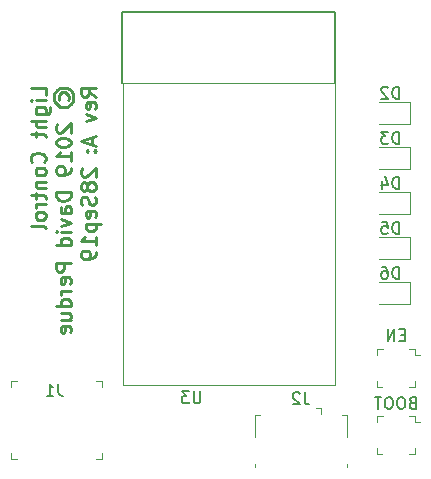
<source format=gbr>
G04 #@! TF.GenerationSoftware,KiCad,Pcbnew,(5.1.4)-1*
G04 #@! TF.CreationDate,2019-09-29T16:50:29-04:00*
G04 #@! TF.ProjectId,espDisp,65737044-6973-4702-9e6b-696361645f70,rev?*
G04 #@! TF.SameCoordinates,Original*
G04 #@! TF.FileFunction,Legend,Bot*
G04 #@! TF.FilePolarity,Positive*
%FSLAX46Y46*%
G04 Gerber Fmt 4.6, Leading zero omitted, Abs format (unit mm)*
G04 Created by KiCad (PCBNEW (5.1.4)-1) date 2019-09-29 16:50:29*
%MOMM*%
%LPD*%
G04 APERTURE LIST*
%ADD10C,0.250000*%
%ADD11C,0.100000*%
%ADD12C,0.120000*%
%ADD13C,0.150000*%
%ADD14C,0.050000*%
G04 APERTURE END LIST*
D10*
X57495476Y-34075357D02*
X57495476Y-33480119D01*
X56245476Y-33480119D01*
X57495476Y-34492023D02*
X56662142Y-34492023D01*
X56245476Y-34492023D02*
X56305000Y-34432500D01*
X56364523Y-34492023D01*
X56305000Y-34551547D01*
X56245476Y-34492023D01*
X56364523Y-34492023D01*
X56662142Y-35622976D02*
X57674047Y-35622976D01*
X57793095Y-35563452D01*
X57852619Y-35503928D01*
X57912142Y-35384880D01*
X57912142Y-35206309D01*
X57852619Y-35087261D01*
X57435952Y-35622976D02*
X57495476Y-35503928D01*
X57495476Y-35265833D01*
X57435952Y-35146785D01*
X57376428Y-35087261D01*
X57257380Y-35027738D01*
X56900238Y-35027738D01*
X56781190Y-35087261D01*
X56721666Y-35146785D01*
X56662142Y-35265833D01*
X56662142Y-35503928D01*
X56721666Y-35622976D01*
X57495476Y-36218214D02*
X56245476Y-36218214D01*
X57495476Y-36753928D02*
X56840714Y-36753928D01*
X56721666Y-36694404D01*
X56662142Y-36575357D01*
X56662142Y-36396785D01*
X56721666Y-36277738D01*
X56781190Y-36218214D01*
X56662142Y-37170595D02*
X56662142Y-37646785D01*
X56245476Y-37349166D02*
X57316904Y-37349166D01*
X57435952Y-37408690D01*
X57495476Y-37527738D01*
X57495476Y-37646785D01*
X57376428Y-39730119D02*
X57435952Y-39670595D01*
X57495476Y-39492023D01*
X57495476Y-39372976D01*
X57435952Y-39194404D01*
X57316904Y-39075357D01*
X57197857Y-39015833D01*
X56959761Y-38956309D01*
X56781190Y-38956309D01*
X56543095Y-39015833D01*
X56424047Y-39075357D01*
X56305000Y-39194404D01*
X56245476Y-39372976D01*
X56245476Y-39492023D01*
X56305000Y-39670595D01*
X56364523Y-39730119D01*
X57495476Y-40444404D02*
X57435952Y-40325357D01*
X57376428Y-40265833D01*
X57257380Y-40206309D01*
X56900238Y-40206309D01*
X56781190Y-40265833D01*
X56721666Y-40325357D01*
X56662142Y-40444404D01*
X56662142Y-40622976D01*
X56721666Y-40742023D01*
X56781190Y-40801547D01*
X56900238Y-40861071D01*
X57257380Y-40861071D01*
X57376428Y-40801547D01*
X57435952Y-40742023D01*
X57495476Y-40622976D01*
X57495476Y-40444404D01*
X56662142Y-41396785D02*
X57495476Y-41396785D01*
X56781190Y-41396785D02*
X56721666Y-41456309D01*
X56662142Y-41575357D01*
X56662142Y-41753928D01*
X56721666Y-41872976D01*
X56840714Y-41932500D01*
X57495476Y-41932500D01*
X56662142Y-42349166D02*
X56662142Y-42825357D01*
X56245476Y-42527738D02*
X57316904Y-42527738D01*
X57435952Y-42587261D01*
X57495476Y-42706309D01*
X57495476Y-42825357D01*
X57495476Y-43242023D02*
X56662142Y-43242023D01*
X56900238Y-43242023D02*
X56781190Y-43301547D01*
X56721666Y-43361071D01*
X56662142Y-43480119D01*
X56662142Y-43599166D01*
X57495476Y-44194404D02*
X57435952Y-44075357D01*
X57376428Y-44015833D01*
X57257380Y-43956309D01*
X56900238Y-43956309D01*
X56781190Y-44015833D01*
X56721666Y-44075357D01*
X56662142Y-44194404D01*
X56662142Y-44372976D01*
X56721666Y-44492023D01*
X56781190Y-44551547D01*
X56900238Y-44611071D01*
X57257380Y-44611071D01*
X57376428Y-44551547D01*
X57435952Y-44492023D01*
X57495476Y-44372976D01*
X57495476Y-44194404D01*
X57495476Y-45325357D02*
X57435952Y-45206309D01*
X57316904Y-45146785D01*
X56245476Y-45146785D01*
X58668095Y-34492023D02*
X58608571Y-34372976D01*
X58608571Y-34134880D01*
X58668095Y-34015833D01*
X58787142Y-33896785D01*
X58906190Y-33837261D01*
X59144285Y-33837261D01*
X59263333Y-33896785D01*
X59382380Y-34015833D01*
X59441904Y-34134880D01*
X59441904Y-34372976D01*
X59382380Y-34492023D01*
X58191904Y-34253928D02*
X58251428Y-33956309D01*
X58430000Y-33658690D01*
X58727619Y-33480119D01*
X59025238Y-33420595D01*
X59322857Y-33480119D01*
X59620476Y-33658690D01*
X59799047Y-33956309D01*
X59858571Y-34253928D01*
X59799047Y-34551547D01*
X59620476Y-34849166D01*
X59322857Y-35027738D01*
X59025238Y-35087261D01*
X58727619Y-35027738D01*
X58430000Y-34849166D01*
X58251428Y-34551547D01*
X58191904Y-34253928D01*
X58489523Y-36515833D02*
X58430000Y-36575357D01*
X58370476Y-36694404D01*
X58370476Y-36992023D01*
X58430000Y-37111071D01*
X58489523Y-37170595D01*
X58608571Y-37230119D01*
X58727619Y-37230119D01*
X58906190Y-37170595D01*
X59620476Y-36456309D01*
X59620476Y-37230119D01*
X58370476Y-38003928D02*
X58370476Y-38122976D01*
X58430000Y-38242023D01*
X58489523Y-38301547D01*
X58608571Y-38361071D01*
X58846666Y-38420595D01*
X59144285Y-38420595D01*
X59382380Y-38361071D01*
X59501428Y-38301547D01*
X59560952Y-38242023D01*
X59620476Y-38122976D01*
X59620476Y-38003928D01*
X59560952Y-37884880D01*
X59501428Y-37825357D01*
X59382380Y-37765833D01*
X59144285Y-37706309D01*
X58846666Y-37706309D01*
X58608571Y-37765833D01*
X58489523Y-37825357D01*
X58430000Y-37884880D01*
X58370476Y-38003928D01*
X59620476Y-39611071D02*
X59620476Y-38896785D01*
X59620476Y-39253928D02*
X58370476Y-39253928D01*
X58549047Y-39134880D01*
X58668095Y-39015833D01*
X58727619Y-38896785D01*
X59620476Y-40206309D02*
X59620476Y-40444404D01*
X59560952Y-40563452D01*
X59501428Y-40622976D01*
X59322857Y-40742023D01*
X59084761Y-40801547D01*
X58608571Y-40801547D01*
X58489523Y-40742023D01*
X58430000Y-40682500D01*
X58370476Y-40563452D01*
X58370476Y-40325357D01*
X58430000Y-40206309D01*
X58489523Y-40146785D01*
X58608571Y-40087261D01*
X58906190Y-40087261D01*
X59025238Y-40146785D01*
X59084761Y-40206309D01*
X59144285Y-40325357D01*
X59144285Y-40563452D01*
X59084761Y-40682500D01*
X59025238Y-40742023D01*
X58906190Y-40801547D01*
X59620476Y-42289642D02*
X58370476Y-42289642D01*
X58370476Y-42587261D01*
X58430000Y-42765833D01*
X58549047Y-42884880D01*
X58668095Y-42944404D01*
X58906190Y-43003928D01*
X59084761Y-43003928D01*
X59322857Y-42944404D01*
X59441904Y-42884880D01*
X59560952Y-42765833D01*
X59620476Y-42587261D01*
X59620476Y-42289642D01*
X59620476Y-44075357D02*
X58965714Y-44075357D01*
X58846666Y-44015833D01*
X58787142Y-43896785D01*
X58787142Y-43658690D01*
X58846666Y-43539642D01*
X59560952Y-44075357D02*
X59620476Y-43956309D01*
X59620476Y-43658690D01*
X59560952Y-43539642D01*
X59441904Y-43480119D01*
X59322857Y-43480119D01*
X59203809Y-43539642D01*
X59144285Y-43658690D01*
X59144285Y-43956309D01*
X59084761Y-44075357D01*
X58787142Y-44551547D02*
X59620476Y-44849166D01*
X58787142Y-45146785D01*
X59620476Y-45622976D02*
X58787142Y-45622976D01*
X58370476Y-45622976D02*
X58430000Y-45563452D01*
X58489523Y-45622976D01*
X58430000Y-45682499D01*
X58370476Y-45622976D01*
X58489523Y-45622976D01*
X59620476Y-46753928D02*
X58370476Y-46753928D01*
X59560952Y-46753928D02*
X59620476Y-46634880D01*
X59620476Y-46396785D01*
X59560952Y-46277738D01*
X59501428Y-46218214D01*
X59382380Y-46158690D01*
X59025238Y-46158690D01*
X58906190Y-46218214D01*
X58846666Y-46277738D01*
X58787142Y-46396785D01*
X58787142Y-46634880D01*
X58846666Y-46753928D01*
X59620476Y-48301547D02*
X58370476Y-48301547D01*
X58370476Y-48777738D01*
X58430000Y-48896785D01*
X58489523Y-48956309D01*
X58608571Y-49015833D01*
X58787142Y-49015833D01*
X58906190Y-48956309D01*
X58965714Y-48896785D01*
X59025238Y-48777738D01*
X59025238Y-48301547D01*
X59560952Y-50027738D02*
X59620476Y-49908690D01*
X59620476Y-49670595D01*
X59560952Y-49551547D01*
X59441904Y-49492023D01*
X58965714Y-49492023D01*
X58846666Y-49551547D01*
X58787142Y-49670595D01*
X58787142Y-49908690D01*
X58846666Y-50027738D01*
X58965714Y-50087261D01*
X59084761Y-50087261D01*
X59203809Y-49492023D01*
X59620476Y-50622976D02*
X58787142Y-50622976D01*
X59025238Y-50622976D02*
X58906190Y-50682499D01*
X58846666Y-50742023D01*
X58787142Y-50861071D01*
X58787142Y-50980119D01*
X59620476Y-51932499D02*
X58370476Y-51932499D01*
X59560952Y-51932499D02*
X59620476Y-51813452D01*
X59620476Y-51575357D01*
X59560952Y-51456309D01*
X59501428Y-51396785D01*
X59382380Y-51337261D01*
X59025238Y-51337261D01*
X58906190Y-51396785D01*
X58846666Y-51456309D01*
X58787142Y-51575357D01*
X58787142Y-51813452D01*
X58846666Y-51932499D01*
X58787142Y-53063452D02*
X59620476Y-53063452D01*
X58787142Y-52527738D02*
X59441904Y-52527738D01*
X59560952Y-52587261D01*
X59620476Y-52706309D01*
X59620476Y-52884880D01*
X59560952Y-53003928D01*
X59501428Y-53063452D01*
X59560952Y-54134880D02*
X59620476Y-54015833D01*
X59620476Y-53777738D01*
X59560952Y-53658690D01*
X59441904Y-53599166D01*
X58965714Y-53599166D01*
X58846666Y-53658690D01*
X58787142Y-53777738D01*
X58787142Y-54015833D01*
X58846666Y-54134880D01*
X58965714Y-54194404D01*
X59084761Y-54194404D01*
X59203809Y-53599166D01*
X61745476Y-34194404D02*
X61150238Y-33777738D01*
X61745476Y-33480119D02*
X60495476Y-33480119D01*
X60495476Y-33956309D01*
X60555000Y-34075357D01*
X60614523Y-34134880D01*
X60733571Y-34194404D01*
X60912142Y-34194404D01*
X61031190Y-34134880D01*
X61090714Y-34075357D01*
X61150238Y-33956309D01*
X61150238Y-33480119D01*
X61685952Y-35206309D02*
X61745476Y-35087261D01*
X61745476Y-34849166D01*
X61685952Y-34730119D01*
X61566904Y-34670595D01*
X61090714Y-34670595D01*
X60971666Y-34730119D01*
X60912142Y-34849166D01*
X60912142Y-35087261D01*
X60971666Y-35206309D01*
X61090714Y-35265833D01*
X61209761Y-35265833D01*
X61328809Y-34670595D01*
X60912142Y-35682500D02*
X61745476Y-35980119D01*
X60912142Y-36277738D01*
X61388333Y-37646785D02*
X61388333Y-38242023D01*
X61745476Y-37527738D02*
X60495476Y-37944404D01*
X61745476Y-38361071D01*
X61626428Y-38777738D02*
X61685952Y-38837261D01*
X61745476Y-38777738D01*
X61685952Y-38718214D01*
X61626428Y-38777738D01*
X61745476Y-38777738D01*
X60971666Y-38777738D02*
X61031190Y-38837261D01*
X61090714Y-38777738D01*
X61031190Y-38718214D01*
X60971666Y-38777738D01*
X61090714Y-38777738D01*
X60614523Y-40265833D02*
X60555000Y-40325357D01*
X60495476Y-40444404D01*
X60495476Y-40742023D01*
X60555000Y-40861071D01*
X60614523Y-40920595D01*
X60733571Y-40980119D01*
X60852619Y-40980119D01*
X61031190Y-40920595D01*
X61745476Y-40206309D01*
X61745476Y-40980119D01*
X61031190Y-41694404D02*
X60971666Y-41575357D01*
X60912142Y-41515833D01*
X60793095Y-41456309D01*
X60733571Y-41456309D01*
X60614523Y-41515833D01*
X60555000Y-41575357D01*
X60495476Y-41694404D01*
X60495476Y-41932500D01*
X60555000Y-42051547D01*
X60614523Y-42111071D01*
X60733571Y-42170595D01*
X60793095Y-42170595D01*
X60912142Y-42111071D01*
X60971666Y-42051547D01*
X61031190Y-41932500D01*
X61031190Y-41694404D01*
X61090714Y-41575357D01*
X61150238Y-41515833D01*
X61269285Y-41456309D01*
X61507380Y-41456309D01*
X61626428Y-41515833D01*
X61685952Y-41575357D01*
X61745476Y-41694404D01*
X61745476Y-41932500D01*
X61685952Y-42051547D01*
X61626428Y-42111071D01*
X61507380Y-42170595D01*
X61269285Y-42170595D01*
X61150238Y-42111071D01*
X61090714Y-42051547D01*
X61031190Y-41932500D01*
X61685952Y-42646785D02*
X61745476Y-42825357D01*
X61745476Y-43122976D01*
X61685952Y-43242023D01*
X61626428Y-43301547D01*
X61507380Y-43361071D01*
X61388333Y-43361071D01*
X61269285Y-43301547D01*
X61209761Y-43242023D01*
X61150238Y-43122976D01*
X61090714Y-42884880D01*
X61031190Y-42765833D01*
X60971666Y-42706309D01*
X60852619Y-42646785D01*
X60733571Y-42646785D01*
X60614523Y-42706309D01*
X60555000Y-42765833D01*
X60495476Y-42884880D01*
X60495476Y-43182500D01*
X60555000Y-43361071D01*
X61685952Y-44372976D02*
X61745476Y-44253928D01*
X61745476Y-44015833D01*
X61685952Y-43896785D01*
X61566904Y-43837261D01*
X61090714Y-43837261D01*
X60971666Y-43896785D01*
X60912142Y-44015833D01*
X60912142Y-44253928D01*
X60971666Y-44372976D01*
X61090714Y-44432500D01*
X61209761Y-44432500D01*
X61328809Y-43837261D01*
X60912142Y-44968214D02*
X62162142Y-44968214D01*
X60971666Y-44968214D02*
X60912142Y-45087261D01*
X60912142Y-45325357D01*
X60971666Y-45444404D01*
X61031190Y-45503928D01*
X61150238Y-45563452D01*
X61507380Y-45563452D01*
X61626428Y-45503928D01*
X61685952Y-45444404D01*
X61745476Y-45325357D01*
X61745476Y-45087261D01*
X61685952Y-44968214D01*
X61745476Y-46753928D02*
X61745476Y-46039642D01*
X61745476Y-46396785D02*
X60495476Y-46396785D01*
X60674047Y-46277738D01*
X60793095Y-46158690D01*
X60852619Y-46039642D01*
X61745476Y-47349166D02*
X61745476Y-47587261D01*
X61685952Y-47706309D01*
X61626428Y-47765833D01*
X61447857Y-47884880D01*
X61209761Y-47944404D01*
X60733571Y-47944404D01*
X60614523Y-47884880D01*
X60555000Y-47825357D01*
X60495476Y-47706309D01*
X60495476Y-47468214D01*
X60555000Y-47349166D01*
X60614523Y-47289642D01*
X60733571Y-47230119D01*
X61031190Y-47230119D01*
X61150238Y-47289642D01*
X61209761Y-47349166D01*
X61269285Y-47468214D01*
X61269285Y-47706309D01*
X61209761Y-47825357D01*
X61150238Y-47884880D01*
X61031190Y-47944404D01*
D11*
X88800000Y-55550000D02*
X88300000Y-55550000D01*
X88800000Y-56050000D02*
X89200000Y-56050000D01*
X88800000Y-55550000D02*
X88800000Y-56050000D01*
X85600000Y-55550000D02*
X86100000Y-55550000D01*
X85600000Y-55550000D02*
X85600000Y-56050000D01*
X85600000Y-58750000D02*
X85600000Y-58250000D01*
X85600000Y-58750000D02*
X86000000Y-58750000D01*
X88800000Y-58750000D02*
X88300000Y-58750000D01*
X88800000Y-58750000D02*
X88800000Y-58250000D01*
D12*
X83005000Y-61135000D02*
X82555000Y-61135000D01*
X83005000Y-62985000D02*
X83005000Y-61135000D01*
X75205000Y-65535000D02*
X75205000Y-65285000D01*
X83005000Y-65535000D02*
X83005000Y-65285000D01*
X75205000Y-62985000D02*
X75205000Y-61135000D01*
X75205000Y-61135000D02*
X75655000Y-61135000D01*
X80805000Y-60585000D02*
X80355000Y-60585000D01*
X80805000Y-60585000D02*
X80805000Y-61035000D01*
D11*
X88800000Y-64465000D02*
X88800000Y-63965000D01*
X88800000Y-64465000D02*
X88300000Y-64465000D01*
X85600000Y-64465000D02*
X86000000Y-64465000D01*
X85600000Y-64465000D02*
X85600000Y-63965000D01*
X85600000Y-61265000D02*
X85600000Y-61765000D01*
X85600000Y-61265000D02*
X86100000Y-61265000D01*
X88800000Y-61265000D02*
X88800000Y-61765000D01*
X88800000Y-61765000D02*
X89200000Y-61765000D01*
X88800000Y-61265000D02*
X88300000Y-61265000D01*
D13*
X64008000Y-27051000D02*
X82042000Y-27051000D01*
X64008000Y-33020000D02*
X64008000Y-27051000D01*
X82042000Y-33020000D02*
X82042000Y-27051000D01*
D14*
X82025000Y-58605000D02*
X82025000Y-33075000D01*
X82025000Y-33075000D02*
X64025000Y-33075000D01*
X64025000Y-33075000D02*
X64025000Y-58605000D01*
X64025000Y-58605000D02*
X82025000Y-58605000D01*
D12*
X85692000Y-34600000D02*
X88377000Y-34600000D01*
X88377000Y-34600000D02*
X88377000Y-36520000D01*
X88377000Y-36520000D02*
X85692000Y-36520000D01*
X88377000Y-40330000D02*
X85692000Y-40330000D01*
X88377000Y-38410000D02*
X88377000Y-40330000D01*
X85692000Y-38410000D02*
X88377000Y-38410000D01*
X85692000Y-42220000D02*
X88377000Y-42220000D01*
X88377000Y-42220000D02*
X88377000Y-44140000D01*
X88377000Y-44140000D02*
X85692000Y-44140000D01*
X85692000Y-46030000D02*
X88377000Y-46030000D01*
X88377000Y-46030000D02*
X88377000Y-47950000D01*
X88377000Y-47950000D02*
X85692000Y-47950000D01*
X88377000Y-51760000D02*
X85692000Y-51760000D01*
X88377000Y-49840000D02*
X88377000Y-51760000D01*
X85692000Y-49840000D02*
X88377000Y-49840000D01*
D11*
X54560000Y-58295000D02*
X54560000Y-58795000D01*
X54560000Y-58295000D02*
X55060000Y-58295000D01*
X62260000Y-58295000D02*
X62260000Y-58795000D01*
X62260000Y-58295000D02*
X61760000Y-58295000D01*
X62260000Y-64895000D02*
X62260000Y-64395000D01*
X62260000Y-64895000D02*
X61760000Y-64895000D01*
X54560000Y-64895000D02*
X54560000Y-64395000D01*
X54560000Y-64895000D02*
X55060000Y-64895000D01*
D13*
X87938095Y-54378571D02*
X87604761Y-54378571D01*
X87461904Y-54902380D02*
X87938095Y-54902380D01*
X87938095Y-53902380D01*
X87461904Y-53902380D01*
X87033333Y-54902380D02*
X87033333Y-53902380D01*
X86461904Y-54902380D01*
X86461904Y-53902380D01*
X79438333Y-59237380D02*
X79438333Y-59951666D01*
X79485952Y-60094523D01*
X79581190Y-60189761D01*
X79724047Y-60237380D01*
X79819285Y-60237380D01*
X79009761Y-59332619D02*
X78962142Y-59285000D01*
X78866904Y-59237380D01*
X78628809Y-59237380D01*
X78533571Y-59285000D01*
X78485952Y-59332619D01*
X78438333Y-59427857D01*
X78438333Y-59523095D01*
X78485952Y-59665952D01*
X79057380Y-60237380D01*
X78438333Y-60237380D01*
X88557142Y-60093571D02*
X88414285Y-60141190D01*
X88366666Y-60188809D01*
X88319047Y-60284047D01*
X88319047Y-60426904D01*
X88366666Y-60522142D01*
X88414285Y-60569761D01*
X88509523Y-60617380D01*
X88890476Y-60617380D01*
X88890476Y-59617380D01*
X88557142Y-59617380D01*
X88461904Y-59665000D01*
X88414285Y-59712619D01*
X88366666Y-59807857D01*
X88366666Y-59903095D01*
X88414285Y-59998333D01*
X88461904Y-60045952D01*
X88557142Y-60093571D01*
X88890476Y-60093571D01*
X87700000Y-59617380D02*
X87509523Y-59617380D01*
X87414285Y-59665000D01*
X87319047Y-59760238D01*
X87271428Y-59950714D01*
X87271428Y-60284047D01*
X87319047Y-60474523D01*
X87414285Y-60569761D01*
X87509523Y-60617380D01*
X87700000Y-60617380D01*
X87795238Y-60569761D01*
X87890476Y-60474523D01*
X87938095Y-60284047D01*
X87938095Y-59950714D01*
X87890476Y-59760238D01*
X87795238Y-59665000D01*
X87700000Y-59617380D01*
X86652380Y-59617380D02*
X86461904Y-59617380D01*
X86366666Y-59665000D01*
X86271428Y-59760238D01*
X86223809Y-59950714D01*
X86223809Y-60284047D01*
X86271428Y-60474523D01*
X86366666Y-60569761D01*
X86461904Y-60617380D01*
X86652380Y-60617380D01*
X86747619Y-60569761D01*
X86842857Y-60474523D01*
X86890476Y-60284047D01*
X86890476Y-59950714D01*
X86842857Y-59760238D01*
X86747619Y-59665000D01*
X86652380Y-59617380D01*
X85938095Y-59617380D02*
X85366666Y-59617380D01*
X85652380Y-60617380D02*
X85652380Y-59617380D01*
X70611904Y-59142380D02*
X70611904Y-59951904D01*
X70564285Y-60047142D01*
X70516666Y-60094761D01*
X70421428Y-60142380D01*
X70230952Y-60142380D01*
X70135714Y-60094761D01*
X70088095Y-60047142D01*
X70040476Y-59951904D01*
X70040476Y-59142380D01*
X69659523Y-59142380D02*
X69040476Y-59142380D01*
X69373809Y-59523333D01*
X69230952Y-59523333D01*
X69135714Y-59570952D01*
X69088095Y-59618571D01*
X69040476Y-59713809D01*
X69040476Y-59951904D01*
X69088095Y-60047142D01*
X69135714Y-60094761D01*
X69230952Y-60142380D01*
X69516666Y-60142380D01*
X69611904Y-60094761D01*
X69659523Y-60047142D01*
X87430095Y-34362380D02*
X87430095Y-33362380D01*
X87192000Y-33362380D01*
X87049142Y-33410000D01*
X86953904Y-33505238D01*
X86906285Y-33600476D01*
X86858666Y-33790952D01*
X86858666Y-33933809D01*
X86906285Y-34124285D01*
X86953904Y-34219523D01*
X87049142Y-34314761D01*
X87192000Y-34362380D01*
X87430095Y-34362380D01*
X86477714Y-33457619D02*
X86430095Y-33410000D01*
X86334857Y-33362380D01*
X86096761Y-33362380D01*
X86001523Y-33410000D01*
X85953904Y-33457619D01*
X85906285Y-33552857D01*
X85906285Y-33648095D01*
X85953904Y-33790952D01*
X86525333Y-34362380D01*
X85906285Y-34362380D01*
X87430095Y-38172380D02*
X87430095Y-37172380D01*
X87192000Y-37172380D01*
X87049142Y-37220000D01*
X86953904Y-37315238D01*
X86906285Y-37410476D01*
X86858666Y-37600952D01*
X86858666Y-37743809D01*
X86906285Y-37934285D01*
X86953904Y-38029523D01*
X87049142Y-38124761D01*
X87192000Y-38172380D01*
X87430095Y-38172380D01*
X86525333Y-37172380D02*
X85906285Y-37172380D01*
X86239619Y-37553333D01*
X86096761Y-37553333D01*
X86001523Y-37600952D01*
X85953904Y-37648571D01*
X85906285Y-37743809D01*
X85906285Y-37981904D01*
X85953904Y-38077142D01*
X86001523Y-38124761D01*
X86096761Y-38172380D01*
X86382476Y-38172380D01*
X86477714Y-38124761D01*
X86525333Y-38077142D01*
X87430095Y-41982380D02*
X87430095Y-40982380D01*
X87192000Y-40982380D01*
X87049142Y-41030000D01*
X86953904Y-41125238D01*
X86906285Y-41220476D01*
X86858666Y-41410952D01*
X86858666Y-41553809D01*
X86906285Y-41744285D01*
X86953904Y-41839523D01*
X87049142Y-41934761D01*
X87192000Y-41982380D01*
X87430095Y-41982380D01*
X86001523Y-41315714D02*
X86001523Y-41982380D01*
X86239619Y-40934761D02*
X86477714Y-41649047D01*
X85858666Y-41649047D01*
X87430095Y-45792380D02*
X87430095Y-44792380D01*
X87192000Y-44792380D01*
X87049142Y-44840000D01*
X86953904Y-44935238D01*
X86906285Y-45030476D01*
X86858666Y-45220952D01*
X86858666Y-45363809D01*
X86906285Y-45554285D01*
X86953904Y-45649523D01*
X87049142Y-45744761D01*
X87192000Y-45792380D01*
X87430095Y-45792380D01*
X85953904Y-44792380D02*
X86430095Y-44792380D01*
X86477714Y-45268571D01*
X86430095Y-45220952D01*
X86334857Y-45173333D01*
X86096761Y-45173333D01*
X86001523Y-45220952D01*
X85953904Y-45268571D01*
X85906285Y-45363809D01*
X85906285Y-45601904D01*
X85953904Y-45697142D01*
X86001523Y-45744761D01*
X86096761Y-45792380D01*
X86334857Y-45792380D01*
X86430095Y-45744761D01*
X86477714Y-45697142D01*
X87430095Y-49602380D02*
X87430095Y-48602380D01*
X87192000Y-48602380D01*
X87049142Y-48650000D01*
X86953904Y-48745238D01*
X86906285Y-48840476D01*
X86858666Y-49030952D01*
X86858666Y-49173809D01*
X86906285Y-49364285D01*
X86953904Y-49459523D01*
X87049142Y-49554761D01*
X87192000Y-49602380D01*
X87430095Y-49602380D01*
X86001523Y-48602380D02*
X86192000Y-48602380D01*
X86287238Y-48650000D01*
X86334857Y-48697619D01*
X86430095Y-48840476D01*
X86477714Y-49030952D01*
X86477714Y-49411904D01*
X86430095Y-49507142D01*
X86382476Y-49554761D01*
X86287238Y-49602380D01*
X86096761Y-49602380D01*
X86001523Y-49554761D01*
X85953904Y-49507142D01*
X85906285Y-49411904D01*
X85906285Y-49173809D01*
X85953904Y-49078571D01*
X86001523Y-49030952D01*
X86096761Y-48983333D01*
X86287238Y-48983333D01*
X86382476Y-49030952D01*
X86430095Y-49078571D01*
X86477714Y-49173809D01*
X58583333Y-58507380D02*
X58583333Y-59221666D01*
X58630952Y-59364523D01*
X58726190Y-59459761D01*
X58869047Y-59507380D01*
X58964285Y-59507380D01*
X57583333Y-59507380D02*
X58154761Y-59507380D01*
X57869047Y-59507380D02*
X57869047Y-58507380D01*
X57964285Y-58650238D01*
X58059523Y-58745476D01*
X58154761Y-58793095D01*
M02*

</source>
